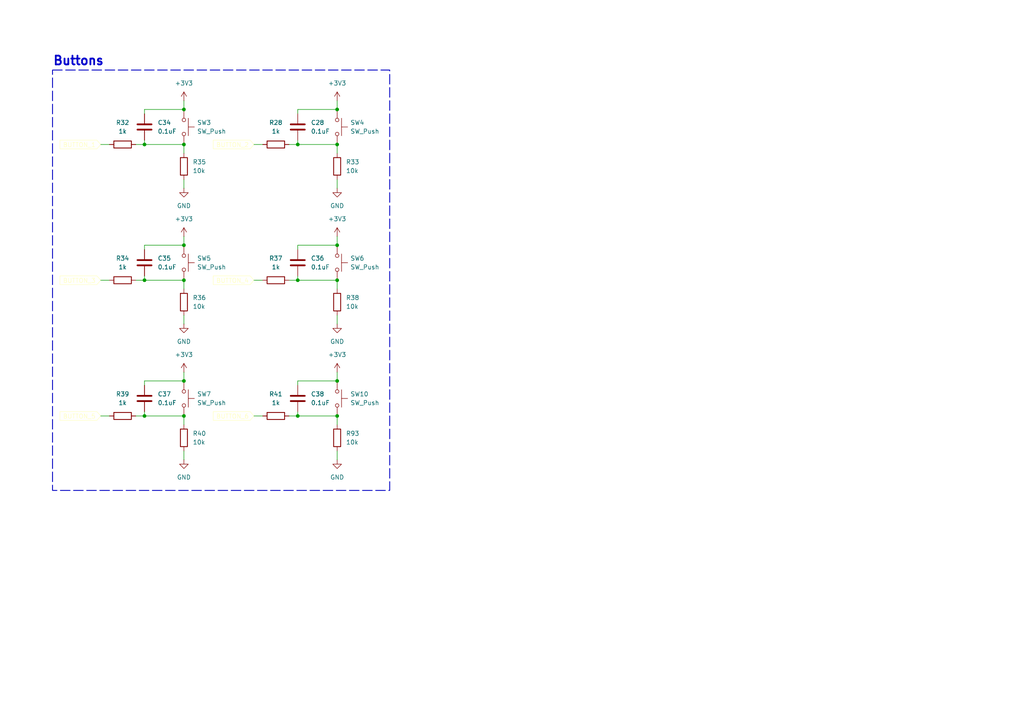
<source format=kicad_sch>
(kicad_sch (version 20250114) (generator "eeschema") (generator_version "9.0")
  (paper "A4")
  (title_block (title "HRVSTR") (date "2025-07-13") (rev "V1.0") (company "Smuggr"))
  (lib_symbols
    (symbol "Device:C" (pin_numbers (hide yes)) (pin_names (offset 0.254))
      (property "Reference" "C" (at 0.635 2.54 0))
      (property "Value" "C" (at 0.635 -2.54 0))
      (symbol "C_0_1"
        (polyline (pts (xy -2.032 0.762) (xy 2.032 0.762)) (stroke (width 0.508)))
        (polyline (pts (xy -2.032 -0.762) (xy 2.032 -0.762)) (stroke (width 0.508)))
      )
      (symbol "C_1_1"
        (pin passive line (at 0 3.81 270) (length 2.794) (name "~") (number "1"))
        (pin passive line (at 0 -3.81 90) (length 2.794) (name "~") (number "2"))
      )
    )
    (symbol "Device:R" (pin_numbers (hide yes)) (pin_names (offset 0))
      (property "Reference" "R" (at 2.032 0 90))
      (property "Value" "R" (at 0 0 90))
      (symbol "R_0_1"
        (rectangle (start -1.016 -2.54) (end 1.016 2.54) (stroke (width 0.254)))
      )
      (symbol "R_1_1"
        (pin passive line (at 0 3.81 270) (length 1.27) (name "~") (number "1"))
        (pin passive line (at 0 -3.81 90) (length 1.27) (name "~") (number "2"))
      )
    )
    (symbol "Switch:SW_Push" (pin_numbers (hide yes)) (pin_names (offset 1.016) (hide yes))
      (property "Reference" "SW" (at 1.27 2.54 0))
      (property "Value" "SW_Push" (at 0 -1.524 0))
      (symbol "SW_Push_0_1"
        (circle (center -2.032 0) (radius 0.508))
        (polyline (pts (xy 0 1.27) (xy 0 3.048)))
        (circle (center 2.032 0) (radius 0.508))
        (polyline (pts (xy 2.54 1.27) (xy -2.54 1.27)))
        (pin passive line (at -5.08 0 0) (length 2.54) (name "1") (number "1"))
        (pin passive line (at 5.08 0 180) (length 2.54) (name "2") (number "2"))
      )
    )
    (symbol "power:+3V3" (power) (pin_numbers (hide yes)) (pin_names (offset 0) (hide yes))
      (property "Value" "+3V3" (at 0 3.556 0))
      (symbol "+3V3_0_1"
        (polyline (pts (xy -0.762 1.27) (xy 0 2.54)))
        (polyline (pts (xy 0 2.54) (xy 0.762 1.27)))
        (polyline (pts (xy 0 0) (xy 0 2.54)))
      )
      (symbol "+3V3_1_1"
        (pin power_in line (at 0 0 90) (length 0) (name "~") (number "1"))
      )
    )
    (symbol "power:GND" (power) (pin_numbers (hide yes)) (pin_names (offset 0) (hide yes))
      (property "Value" "GND" (at 0 -3.81 0))
      (symbol "GND_0_1"
        (polyline (pts (xy 0 0) (xy 0 -1.27) (xy 1.27 -1.27) (xy 0 -2.54) (xy -1.27 -1.27) (xy 0 -1.27)))
      )
      (symbol "GND_1_1"
        (pin power_in line (at 0 0 270) (length 0) (name "~") (number "1"))
      )
    )
  )
  (rectangle (start 15.24 20.32) (end 113.03 142.24) (stroke (width 0.254) (type dash)))
  (text "Buttons" (at 15.24 17.78 0) (effects (font (size 2.54 2.54) (thickness 0.508) (bold yes)) (justify left)))
  (junction (at 53.34 120.65))
  (junction (at 53.34 110.49))
  (junction (at 53.34 81.28))
  (junction (at 97.79 81.28))
  (junction (at 41.91 81.28))
  (junction (at 97.79 41.91))
  (junction (at 97.79 110.49))
  (junction (at 53.34 71.12))
  (junction (at 53.34 41.91))
  (junction (at 86.36 120.65))
  (junction (at 97.79 120.65))
  (junction (at 41.91 120.65))
  (junction (at 41.91 41.91))
  (junction (at 97.79 71.12))
  (junction (at 86.36 81.28))
  (junction (at 86.36 41.91))
  (junction (at 97.79 31.75))
  (junction (at 53.34 31.75))
  (wire (pts (xy 97.79 130.81) (xy 97.79 133.35)))
  (wire (pts (xy 86.36 80.01) (xy 86.36 81.28)))
  (wire (pts (xy 97.79 68.58) (xy 97.79 71.12)))
  (wire (pts (xy 86.36 71.12) (xy 97.79 71.12)))
  (wire (pts (xy 86.36 111.76) (xy 86.36 110.49)))
  (wire (pts (xy 83.82 120.65) (xy 86.36 120.65)))
  (wire (pts (xy 41.91 110.49) (xy 53.34 110.49)))
  (wire (pts (xy 97.79 120.65) (xy 97.79 123.19)))
  (wire (pts (xy 39.37 41.91) (xy 41.91 41.91)))
  (wire (pts (xy 53.34 41.91) (xy 53.34 44.45)))
  (wire (pts (xy 53.34 68.58) (xy 53.34 71.12)))
  (wire (pts (xy 41.91 71.12) (xy 53.34 71.12)))
  (wire (pts (xy 97.79 91.44) (xy 97.79 93.98)))
  (wire (pts (xy 86.36 41.91) (xy 97.79 41.91)))
  (wire (pts (xy 29.21 41.91) (xy 31.75 41.91)))
  (wire (pts (xy 86.36 119.38) (xy 86.36 120.65)))
  (wire (pts (xy 41.91 81.28) (xy 53.34 81.28)))
  (wire (pts (xy 83.82 81.28) (xy 86.36 81.28)))
  (wire (pts (xy 41.91 33.02) (xy 41.91 31.75)))
  (wire (pts (xy 41.91 120.65) (xy 53.34 120.65)))
  (wire (pts (xy 73.66 120.65) (xy 76.2 120.65)))
  (wire (pts (xy 41.91 31.75) (xy 53.34 31.75)))
  (wire (pts (xy 86.36 81.28) (xy 97.79 81.28)))
  (wire (pts (xy 41.91 119.38) (xy 41.91 120.65)))
  (wire (pts (xy 97.79 29.21) (xy 97.79 31.75)))
  (wire (pts (xy 53.34 130.81) (xy 53.34 133.35)))
  (wire (pts (xy 73.66 81.28) (xy 76.2 81.28)))
  (wire (pts (xy 97.79 107.95) (xy 97.79 110.49)))
  (wire (pts (xy 29.21 81.28) (xy 31.75 81.28)))
  (wire (pts (xy 53.34 29.21) (xy 53.34 31.75)))
  (wire (pts (xy 53.34 81.28) (xy 53.34 83.82)))
  (wire (pts (xy 53.34 52.07) (xy 53.34 54.61)))
  (wire (pts (xy 53.34 120.65) (xy 53.34 123.19)))
  (wire (pts (xy 41.91 72.39) (xy 41.91 71.12)))
  (wire (pts (xy 53.34 91.44) (xy 53.34 93.98)))
  (wire (pts (xy 86.36 72.39) (xy 86.36 71.12)))
  (wire (pts (xy 39.37 81.28) (xy 41.91 81.28)))
  (wire (pts (xy 86.36 40.64) (xy 86.36 41.91)))
  (wire (pts (xy 41.91 41.91) (xy 53.34 41.91)))
  (wire (pts (xy 86.36 110.49) (xy 97.79 110.49)))
  (wire (pts (xy 41.91 111.76) (xy 41.91 110.49)))
  (wire (pts (xy 86.36 31.75) (xy 97.79 31.75)))
  (wire (pts (xy 53.34 107.95) (xy 53.34 110.49)))
  (wire (pts (xy 73.66 41.91) (xy 76.2 41.91)))
  (wire (pts (xy 97.79 41.91) (xy 97.79 44.45)))
  (wire (pts (xy 41.91 80.01) (xy 41.91 81.28)))
  (wire (pts (xy 86.36 33.02) (xy 86.36 31.75)))
  (wire (pts (xy 86.36 120.65) (xy 97.79 120.65)))
  (wire (pts (xy 41.91 40.64) (xy 41.91 41.91)))
  (wire (pts (xy 97.79 81.28) (xy 97.79 83.82)))
  (wire (pts (xy 83.82 41.91) (xy 86.36 41.91)))
  (wire (pts (xy 97.79 52.07) (xy 97.79 54.61)))
  (wire (pts (xy 39.37 120.65) (xy 41.91 120.65)))
  (wire (pts (xy 29.21 120.65) (xy 31.75 120.65)))
  (global_label "BUTTON_2" (shape input) (at 73.66 41.91 180) (property "Intersheetrefs" "${INTERSHEET_REFS}" (effects (hide yes))))
  (global_label "BUTTON_1" (shape input) (at 29.21 41.91 180) (property "Intersheetrefs" "${INTERSHEET_REFS}" (effects (hide yes))))
  (global_label "BUTTON_5" (shape input) (at 29.21 120.65 180) (property "Intersheetrefs" "${INTERSHEET_REFS}" (effects (hide yes))))
  (global_label "BUTTON_4" (shape input) (at 73.66 81.28 180) (property "Intersheetrefs" "${INTERSHEET_REFS}" (effects (hide yes))))
  (global_label "BUTTON_6" (shape input) (at 73.66 120.65 180) (property "Intersheetrefs" "${INTERSHEET_REFS}" (effects (hide yes))))
  (global_label "BUTTON_3" (shape input) (at 29.21 81.28 180) (property "Intersheetrefs" "${INTERSHEET_REFS}" (effects (hide yes))))
  (symbol (lib_id "Switch:SW_Push") (at 97.79 36.83 270) (unit 1)
    (property "Reference" "SW4" (at 101.6 35.5599 90) (effects (justify left)))
    (property "Value" "SW_Push" (at 101.6 38.0999 90) (effects (justify left)))
    (property "Description" "Push button switch, generic, two pins" (effects (hide yes)))
  )
  (symbol (lib_id "Device:R") (at 80.01 81.28 90) (unit 1)
    (property "Reference" "R37" (at 80.01 74.93 90))
    (property "Value" "1k" (at 80.01 77.47 90))
    (property "Description" "Resistor" (effects (hide yes)))
  )
  (symbol (lib_id "Device:C") (at 86.36 76.2 0) (unit 1)
    (property "Reference" "C36" (at 90.17 74.9299 0) (effects (justify left)))
    (property "Value" "0.1uF" (at 90.17 77.4699 0) (effects (justify left)))
    (property "Description" "Unpolarized capacitor" (effects (hide yes)))
  )
  (symbol (lib_id "Device:R") (at 35.56 81.28 90) (unit 1)
    (property "Reference" "R34" (at 35.56 74.93 90))
    (property "Value" "1k" (at 35.56 77.47 90))
    (property "Description" "Resistor" (effects (hide yes)))
  )
  (symbol (lib_id "Device:C") (at 86.36 36.83 0) (unit 1)
    (property "Reference" "C28" (at 90.17 35.5599 0) (effects (justify left)))
    (property "Value" "0.1uF" (at 90.17 38.0999 0) (effects (justify left)))
    (property "Description" "Unpolarized capacitor" (effects (hide yes)))
  )
  (symbol (lib_id "Device:R") (at 35.56 41.91 90) (unit 1)
    (property "Reference" "R32" (at 35.56 35.56 90))
    (property "Value" "1k" (at 35.56 38.1 90))
    (property "Description" "Resistor" (effects (hide yes)))
  )
  (symbol (lib_id "Device:C") (at 86.36 115.57 0) (unit 1)
    (property "Reference" "C38" (at 90.17 114.2999 0) (effects (justify left)))
    (property "Value" "0.1uF" (at 90.17 116.8399 0) (effects (justify left)))
    (property "Description" "Unpolarized capacitor" (effects (hide yes)))
  )
  (symbol (lib_id "power:GND") (at 53.34 133.35 0) (unit 1)
    (property "Reference" "#PWR065" (effects (hide yes)))
    (property "Value" "GND" (at 53.34 138.43 0))
    (property "Description" "Power symbol creates a global label with name \"GND\" , ground" (effects (hide yes)))
  )
  (symbol (lib_id "Device:C") (at 41.91 115.57 0) (unit 1)
    (property "Reference" "C37" (at 45.72 114.2999 0) (effects (justify left)))
    (property "Value" "0.1uF" (at 45.72 116.8399 0) (effects (justify left)))
    (property "Description" "Unpolarized capacitor" (effects (hide yes)))
  )
  (symbol (lib_id "Device:R") (at 80.01 120.65 90) (unit 1)
    (property "Reference" "R41" (at 80.01 114.3 90))
    (property "Value" "1k" (at 80.01 116.84 90))
    (property "Description" "Resistor" (effects (hide yes)))
  )
  (symbol (lib_id "Device:R") (at 97.79 48.26 0) (unit 1)
    (property "Reference" "R33" (at 100.33 46.9899 0) (effects (justify left)))
    (property "Value" "10k" (at 100.33 49.5299 0) (effects (justify left)))
    (property "Description" "Resistor" (effects (hide yes)))
  )
  (symbol (lib_id "Device:R") (at 35.56 120.65 90) (unit 1)
    (property "Reference" "R39" (at 35.56 114.3 90))
    (property "Value" "1k" (at 35.56 116.84 90))
    (property "Description" "Resistor" (effects (hide yes)))
  )
  (symbol (lib_id "Switch:SW_Push") (at 97.79 76.2 270) (unit 1)
    (property "Reference" "SW6" (at 101.6 74.9299 90) (effects (justify left)))
    (property "Value" "SW_Push" (at 101.6 77.4699 90) (effects (justify left)))
    (property "Description" "Push button switch, generic, two pins" (effects (hide yes)))
  )
  (symbol (lib_id "Device:R") (at 53.34 48.26 0) (unit 1)
    (property "Reference" "R35" (at 55.88 46.9899 0) (effects (justify left)))
    (property "Value" "10k" (at 55.88 49.5299 0) (effects (justify left)))
    (property "Description" "Resistor" (effects (hide yes)))
  )
  (symbol (lib_id "power:+3V3") (at 97.79 29.21 0) (unit 1)
    (property "Reference" "#PWR058" (effects (hide yes)))
    (property "Value" "+3V3" (at 97.79 24.13 0))
    (property "Description" "Power symbol creates a global label with name \"+3V3\"" (effects (hide yes)))
  )
  (symbol (lib_id "power:GND") (at 53.34 54.61 0) (unit 1)
    (property "Reference" "#PWR057" (effects (hide yes)))
    (property "Value" "GND" (at 53.34 59.69 0))
    (property "Description" "Power symbol creates a global label with name \"GND\" , ground" (effects (hide yes)))
  )
  (symbol (lib_id "Switch:SW_Push") (at 53.34 36.83 270) (unit 1)
    (property "Reference" "SW3" (at 57.15 35.5599 90) (effects (justify left)))
    (property "Value" "SW_Push" (at 57.15 38.0999 90) (effects (justify left)))
    (property "Description" "Push button switch, generic, two pins" (effects (hide yes)))
  )
  (symbol (lib_id "power:GND") (at 53.34 93.98 0) (unit 1)
    (property "Reference" "#PWR061" (effects (hide yes)))
    (property "Value" "GND" (at 53.34 99.06 0))
    (property "Description" "Power symbol creates a global label with name \"GND\" , ground" (effects (hide yes)))
  )
  (symbol (lib_id "power:+3V3") (at 53.34 107.95 0) (unit 1)
    (property "Reference" "#PWR064" (effects (hide yes)))
    (property "Value" "+3V3" (at 53.34 102.87 0))
    (property "Description" "Power symbol creates a global label with name \"+3V3\"" (effects (hide yes)))
  )
  (symbol (lib_id "power:+3V3") (at 97.79 68.58 0) (unit 1)
    (property "Reference" "#PWR062" (effects (hide yes)))
    (property "Value" "+3V3" (at 97.79 63.5 0))
    (property "Description" "Power symbol creates a global label with name \"+3V3\"" (effects (hide yes)))
  )
  (symbol (lib_id "power:GND") (at 97.79 93.98 0) (unit 1)
    (property "Reference" "#PWR063" (effects (hide yes)))
    (property "Value" "GND" (at 97.79 99.06 0))
    (property "Description" "Power symbol creates a global label with name \"GND\" , ground" (effects (hide yes)))
  )
  (symbol (lib_id "Device:R") (at 80.01 41.91 90) (unit 1)
    (property "Reference" "R28" (at 80.01 35.56 90))
    (property "Value" "1k" (at 80.01 38.1 90))
    (property "Description" "Resistor" (effects (hide yes)))
  )
  (symbol (lib_id "Device:R") (at 53.34 87.63 0) (unit 1)
    (property "Reference" "R36" (at 55.88 86.3599 0) (effects (justify left)))
    (property "Value" "10k" (at 55.88 88.8999 0) (effects (justify left)))
    (property "Description" "Resistor" (effects (hide yes)))
  )
  (symbol (lib_id "power:GND") (at 97.79 133.35 0) (unit 1)
    (property "Reference" "#PWR0178" (effects (hide yes)))
    (property "Value" "GND" (at 97.79 138.43 0))
    (property "Description" "Power symbol creates a global label with name \"GND\" , ground" (effects (hide yes)))
  )
  (symbol (lib_id "Switch:SW_Push") (at 53.34 115.57 270) (unit 1)
    (property "Reference" "SW7" (at 57.15 114.2999 90) (effects (justify left)))
    (property "Value" "SW_Push" (at 57.15 116.8399 90) (effects (justify left)))
    (property "Description" "Push button switch, generic, two pins" (effects (hide yes)))
  )
  (symbol (lib_id "power:+3V3") (at 53.34 68.58 0) (unit 1)
    (property "Reference" "#PWR060" (effects (hide yes)))
    (property "Value" "+3V3" (at 53.34 63.5 0))
    (property "Description" "Power symbol creates a global label with name \"+3V3\"" (effects (hide yes)))
  )
  (symbol (lib_id "Device:R") (at 53.34 127 0) (unit 1)
    (property "Reference" "R40" (at 55.88 125.7299 0) (effects (justify left)))
    (property "Value" "10k" (at 55.88 128.2699 0) (effects (justify left)))
    (property "Description" "Resistor" (effects (hide yes)))
  )
  (symbol (lib_id "power:GND") (at 97.79 54.61 0) (unit 1)
    (property "Reference" "#PWR059" (effects (hide yes)))
    (property "Value" "GND" (at 97.79 59.69 0))
    (property "Description" "Power symbol creates a global label with name \"GND\" , ground" (effects (hide yes)))
  )
  (symbol (lib_id "Switch:SW_Push") (at 97.79 115.57 270) (unit 1)
    (property "Reference" "SW10" (at 101.6 114.2999 90) (effects (justify left)))
    (property "Value" "SW_Push" (at 101.6 116.8399 90) (effects (justify left)))
    (property "Description" "Push button switch, generic, two pins" (effects (hide yes)))
  )
  (symbol (lib_id "Device:R") (at 97.79 127 0) (unit 1)
    (property "Reference" "R93" (at 100.33 125.7299 0) (effects (justify left)))
    (property "Value" "10k" (at 100.33 128.2699 0) (effects (justify left)))
    (property "Description" "Resistor" (effects (hide yes)))
  )
  (symbol (lib_id "Device:C") (at 41.91 76.2 0) (unit 1)
    (property "Reference" "C35" (at 45.72 74.9299 0) (effects (justify left)))
    (property "Value" "0.1uF" (at 45.72 77.4699 0) (effects (justify left)))
    (property "Description" "Unpolarized capacitor" (effects (hide yes)))
  )
  (symbol (lib_id "Device:C") (at 41.91 36.83 0) (unit 1)
    (property "Reference" "C34" (at 45.72 35.5599 0) (effects (justify left)))
    (property "Value" "0.1uF" (at 45.72 38.0999 0) (effects (justify left)))
    (property "Description" "Unpolarized capacitor" (effects (hide yes)))
  )
  (symbol (lib_id "Switch:SW_Push") (at 53.34 76.2 270) (unit 1)
    (property "Reference" "SW5" (at 57.15 74.9299 90) (effects (justify left)))
    (property "Value" "SW_Push" (at 57.15 77.4699 90) (effects (justify left)))
    (property "Description" "Push button switch, generic, two pins" (effects (hide yes)))
  )
  (symbol (lib_id "Device:R") (at 97.79 87.63 0) (unit 1)
    (property "Reference" "R38" (at 100.33 86.3599 0) (effects (justify left)))
    (property "Value" "10k" (at 100.33 88.8999 0) (effects (justify left)))
    (property "Description" "Resistor" (effects (hide yes)))
  )
  (symbol (lib_id "power:+3V3") (at 53.34 29.21 0) (unit 1)
    (property "Reference" "#PWR056" (effects (hide yes)))
    (property "Value" "+3V3" (at 53.34 24.13 0))
    (property "Description" "Power symbol creates a global label with name \"+3V3\"" (effects (hide yes)))
  )
  (symbol (lib_id "power:+3V3") (at 97.79 107.95 0) (unit 1)
    (property "Reference" "#PWR0177" (effects (hide yes)))
    (property "Value" "+3V3" (at 97.79 102.87 0))
    (property "Description" "Power symbol creates a global label with name \"+3V3\"" (effects (hide yes)))
  )
)
</source>
